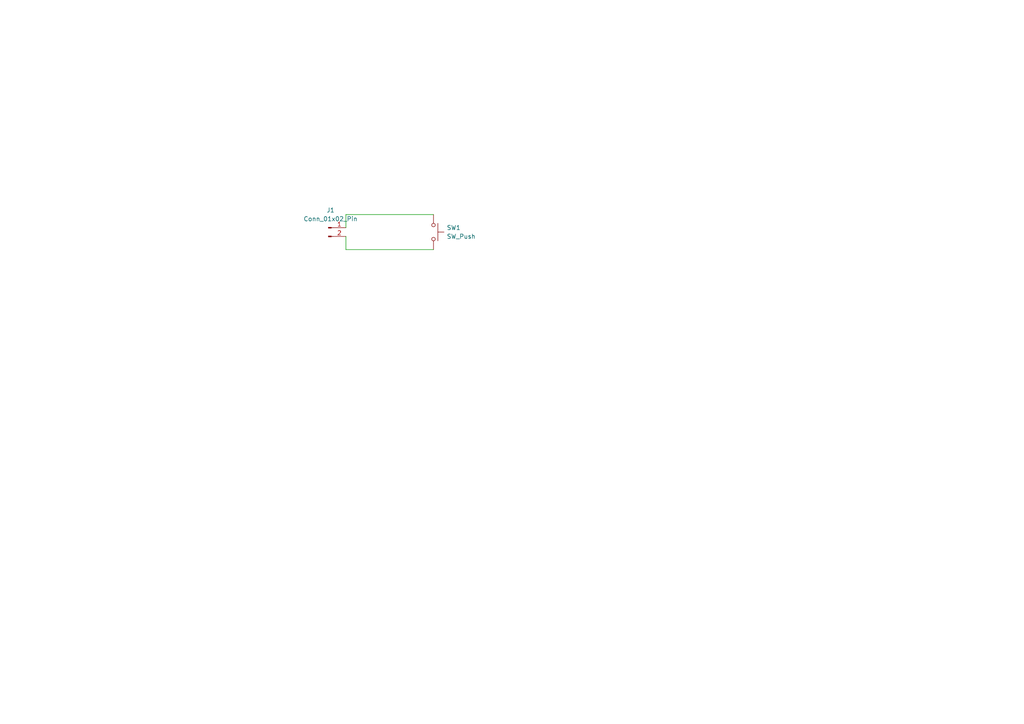
<source format=kicad_sch>
(kicad_sch (version 20231120) (generator "eeschema") (generator_version "8.0")
  (paper "A4")
  (lib_symbols
    (symbol "Connector:Conn_01x02_Pin" (pin_names (offset 1.016) hide)
      (property "Reference" "J" (at 0 2.54 0))
      (property "Value" "Conn_01x02_Pin" (at 0 -5.08 0))
      (symbol "Conn_01x02_Pin_1_1"
        (polyline (pts (xy 1.27 -2.54) (xy 0.8636 -2.54)) (stroke (width 0.1524)))
        (polyline (pts (xy 1.27 0) (xy 0.8636 0)) (stroke (width 0.1524)))
        (rectangle (start 0.8636 -2.413) (end 0 -2.667) (stroke (width 0.1524)) (fill (type outline)))
        (rectangle (start 0.8636 0.127) (end 0 -0.127) (stroke (width 0.1524)) (fill (type outline)))
        (pin passive line (at 5.08 0 180) (length 3.81) (name "Pin_1") (number "1"))
        (pin passive line (at 5.08 -2.54 180) (length 3.81) (name "Pin_2") (number "2"))
      )
    )
    (symbol "Switch:SW_Push" (pin_numbers hide) (pin_names (offset 1.016) hide)
      (property "Reference" "SW" (at 1.27 2.54 0))
      (property "Value" "SW_Push" (at 0 -1.524 0))
      (symbol "SW_Push_0_1"
        (circle (center -2.032 0) (radius 0.508))
        (polyline (pts (xy 0 1.27) (xy 0 3.048)))
        (polyline (pts (xy 2.54 1.27) (xy -2.54 1.27)))
        (circle (center 2.032 0) (radius 0.508))
        (pin passive line (at -5.08 0 0) (length 2.54) (name "1") (number "1"))
        (pin passive line (at 5.08 0 180) (length 2.54) (name "2") (number "2"))
      )
    )
  )
  (wire (pts (xy 100.33 72.39) (xy 100.33 68.58)))
  (wire (pts (xy 100.33 62.23) (xy 125.73 62.23)))
  (wire (pts (xy 125.73 72.39) (xy 100.33 72.39)))
  (wire (pts (xy 100.33 66.04) (xy 100.33 62.23)))
  (symbol (lib_id "Switch:SW_Push") (at 125.73 67.31 270) (unit 1)
    (property "Reference" "SW1" (at 129.54 66.0399 90) (effects (justify left)))
    (property "Value" "SW_Push" (at 129.54 68.5799 90) (effects (justify left)))
    (property "Footprint" "Button_Switch_Keyboard:SW_Cherry_MX_1.00u_PCB" (effects (hide yes)))
    (property "Description" "Push button switch, generic, two pins" (effects (hide yes)))
  )
  (symbol (lib_id "Connector:Conn_01x02_Pin") (at 95.25 66.04 0) (unit 1)
    (property "Reference" "J1" (at 95.885 60.96 0))
    (property "Value" "Conn_01x02_Pin" (at 95.885 63.5 0))
    (property "Footprint" "Connector_PinHeader_2.54mm:PinHeader_1x02_P2.54mm_Horizontal" (effects (hide yes)))
    (property "Description" "Generic connector, single row, 01x02, script generated" (effects (hide yes)))
  )
)
</source>
